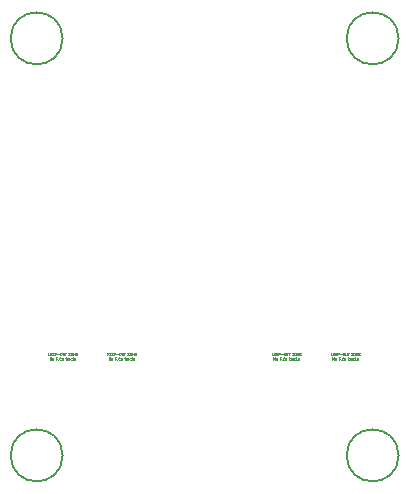
<source format=gbr>
%TF.GenerationSoftware,KiCad,Pcbnew,6.0.10-86aedd382b~118~ubuntu22.04.1*%
%TF.CreationDate,2023-02-07T20:01:53+01:00*%
%TF.ProjectId,ioBoard,696f426f-6172-4642-9e6b-696361645f70,rev?*%
%TF.SameCoordinates,Original*%
%TF.FileFunction,Other,Comment*%
%FSLAX46Y46*%
G04 Gerber Fmt 4.6, Leading zero omitted, Abs format (unit mm)*
G04 Created by KiCad (PCBNEW 6.0.10-86aedd382b~118~ubuntu22.04.1) date 2023-02-07 20:01:53*
%MOMM*%
%LPD*%
G01*
G04 APERTURE LIST*
%ADD10C,0.030000*%
%ADD11C,0.150000*%
G04 APERTURE END LIST*
D10*
%TO.C,SW1*%
X89419047Y-110526476D02*
X89419047Y-110326476D01*
X89533333Y-110526476D01*
X89533333Y-110326476D01*
X89657142Y-110526476D02*
X89638095Y-110516952D01*
X89628571Y-110507428D01*
X89619047Y-110488380D01*
X89619047Y-110431238D01*
X89628571Y-110412190D01*
X89638095Y-110402666D01*
X89657142Y-110393142D01*
X89685714Y-110393142D01*
X89704761Y-110402666D01*
X89714285Y-110412190D01*
X89723809Y-110431238D01*
X89723809Y-110488380D01*
X89714285Y-110507428D01*
X89704761Y-110516952D01*
X89685714Y-110526476D01*
X89657142Y-110526476D01*
X90028571Y-110421714D02*
X89961904Y-110421714D01*
X89961904Y-110526476D02*
X89961904Y-110326476D01*
X90057142Y-110326476D01*
X90133333Y-110507428D02*
X90142857Y-110516952D01*
X90133333Y-110526476D01*
X90123809Y-110516952D01*
X90133333Y-110507428D01*
X90133333Y-110526476D01*
X90342857Y-110507428D02*
X90333333Y-110516952D01*
X90304761Y-110526476D01*
X90285714Y-110526476D01*
X90257142Y-110516952D01*
X90238095Y-110497904D01*
X90228571Y-110478857D01*
X90219047Y-110440761D01*
X90219047Y-110412190D01*
X90228571Y-110374095D01*
X90238095Y-110355047D01*
X90257142Y-110336000D01*
X90285714Y-110326476D01*
X90304761Y-110326476D01*
X90333333Y-110336000D01*
X90342857Y-110345523D01*
X90514285Y-110393142D02*
X90514285Y-110526476D01*
X90428571Y-110393142D02*
X90428571Y-110497904D01*
X90438095Y-110516952D01*
X90457142Y-110526476D01*
X90485714Y-110526476D01*
X90504761Y-110516952D01*
X90514285Y-110507428D01*
X90733333Y-110393142D02*
X90809523Y-110393142D01*
X90761904Y-110326476D02*
X90761904Y-110497904D01*
X90771428Y-110516952D01*
X90790476Y-110526476D01*
X90809523Y-110526476D01*
X90876190Y-110526476D02*
X90876190Y-110393142D01*
X90876190Y-110431238D02*
X90885714Y-110412190D01*
X90895238Y-110402666D01*
X90914285Y-110393142D01*
X90933333Y-110393142D01*
X91085714Y-110526476D02*
X91085714Y-110421714D01*
X91076190Y-110402666D01*
X91057142Y-110393142D01*
X91019047Y-110393142D01*
X91000000Y-110402666D01*
X91085714Y-110516952D02*
X91066666Y-110526476D01*
X91019047Y-110526476D01*
X91000000Y-110516952D01*
X90990476Y-110497904D01*
X90990476Y-110478857D01*
X91000000Y-110459809D01*
X91019047Y-110450285D01*
X91066666Y-110450285D01*
X91085714Y-110440761D01*
X91266666Y-110516952D02*
X91247619Y-110526476D01*
X91209523Y-110526476D01*
X91190476Y-110516952D01*
X91180952Y-110507428D01*
X91171428Y-110488380D01*
X91171428Y-110431238D01*
X91180952Y-110412190D01*
X91190476Y-110402666D01*
X91209523Y-110393142D01*
X91247619Y-110393142D01*
X91266666Y-110402666D01*
X91352380Y-110526476D02*
X91352380Y-110326476D01*
X91371428Y-110450285D02*
X91428571Y-110526476D01*
X91428571Y-110393142D02*
X91352380Y-110469333D01*
X91504761Y-110516952D02*
X91523809Y-110526476D01*
X91561904Y-110526476D01*
X91580952Y-110516952D01*
X91590476Y-110497904D01*
X91590476Y-110488380D01*
X91580952Y-110469333D01*
X91561904Y-110459809D01*
X91533333Y-110459809D01*
X91514285Y-110450285D01*
X91504761Y-110431238D01*
X91504761Y-110421714D01*
X91514285Y-110402666D01*
X91533333Y-110393142D01*
X91561904Y-110393142D01*
X91580952Y-110402666D01*
X84419047Y-110526476D02*
X84419047Y-110326476D01*
X84533333Y-110526476D01*
X84533333Y-110326476D01*
X84657142Y-110526476D02*
X84638095Y-110516952D01*
X84628571Y-110507428D01*
X84619047Y-110488380D01*
X84619047Y-110431238D01*
X84628571Y-110412190D01*
X84638095Y-110402666D01*
X84657142Y-110393142D01*
X84685714Y-110393142D01*
X84704761Y-110402666D01*
X84714285Y-110412190D01*
X84723809Y-110431238D01*
X84723809Y-110488380D01*
X84714285Y-110507428D01*
X84704761Y-110516952D01*
X84685714Y-110526476D01*
X84657142Y-110526476D01*
X85028571Y-110421714D02*
X84961904Y-110421714D01*
X84961904Y-110526476D02*
X84961904Y-110326476D01*
X85057142Y-110326476D01*
X85133333Y-110507428D02*
X85142857Y-110516952D01*
X85133333Y-110526476D01*
X85123809Y-110516952D01*
X85133333Y-110507428D01*
X85133333Y-110526476D01*
X85342857Y-110507428D02*
X85333333Y-110516952D01*
X85304761Y-110526476D01*
X85285714Y-110526476D01*
X85257142Y-110516952D01*
X85238095Y-110497904D01*
X85228571Y-110478857D01*
X85219047Y-110440761D01*
X85219047Y-110412190D01*
X85228571Y-110374095D01*
X85238095Y-110355047D01*
X85257142Y-110336000D01*
X85285714Y-110326476D01*
X85304761Y-110326476D01*
X85333333Y-110336000D01*
X85342857Y-110345523D01*
X85514285Y-110393142D02*
X85514285Y-110526476D01*
X85428571Y-110393142D02*
X85428571Y-110497904D01*
X85438095Y-110516952D01*
X85457142Y-110526476D01*
X85485714Y-110526476D01*
X85504761Y-110516952D01*
X85514285Y-110507428D01*
X85733333Y-110393142D02*
X85809523Y-110393142D01*
X85761904Y-110326476D02*
X85761904Y-110497904D01*
X85771428Y-110516952D01*
X85790476Y-110526476D01*
X85809523Y-110526476D01*
X85876190Y-110526476D02*
X85876190Y-110393142D01*
X85876190Y-110431238D02*
X85885714Y-110412190D01*
X85895238Y-110402666D01*
X85914285Y-110393142D01*
X85933333Y-110393142D01*
X86085714Y-110526476D02*
X86085714Y-110421714D01*
X86076190Y-110402666D01*
X86057142Y-110393142D01*
X86019047Y-110393142D01*
X86000000Y-110402666D01*
X86085714Y-110516952D02*
X86066666Y-110526476D01*
X86019047Y-110526476D01*
X86000000Y-110516952D01*
X85990476Y-110497904D01*
X85990476Y-110478857D01*
X86000000Y-110459809D01*
X86019047Y-110450285D01*
X86066666Y-110450285D01*
X86085714Y-110440761D01*
X86266666Y-110516952D02*
X86247619Y-110526476D01*
X86209523Y-110526476D01*
X86190476Y-110516952D01*
X86180952Y-110507428D01*
X86171428Y-110488380D01*
X86171428Y-110431238D01*
X86180952Y-110412190D01*
X86190476Y-110402666D01*
X86209523Y-110393142D01*
X86247619Y-110393142D01*
X86266666Y-110402666D01*
X86352380Y-110526476D02*
X86352380Y-110326476D01*
X86371428Y-110450285D02*
X86428571Y-110526476D01*
X86428571Y-110393142D02*
X86352380Y-110469333D01*
X86504761Y-110516952D02*
X86523809Y-110526476D01*
X86561904Y-110526476D01*
X86580952Y-110516952D01*
X86590476Y-110497904D01*
X86590476Y-110488380D01*
X86580952Y-110469333D01*
X86561904Y-110459809D01*
X86533333Y-110459809D01*
X86514285Y-110450285D01*
X86504761Y-110431238D01*
X86504761Y-110421714D01*
X86514285Y-110402666D01*
X86533333Y-110393142D01*
X86561904Y-110393142D01*
X86580952Y-110402666D01*
X89285714Y-110126476D02*
X89285714Y-109926476D01*
X89400000Y-110126476D02*
X89314285Y-110012190D01*
X89400000Y-109926476D02*
X89285714Y-110040761D01*
X89485714Y-110021714D02*
X89552380Y-110021714D01*
X89580952Y-110126476D02*
X89485714Y-110126476D01*
X89485714Y-109926476D01*
X89580952Y-109926476D01*
X89666666Y-110021714D02*
X89733333Y-110021714D01*
X89761904Y-110126476D02*
X89666666Y-110126476D01*
X89666666Y-109926476D01*
X89761904Y-109926476D01*
X89847619Y-110126476D02*
X89847619Y-109926476D01*
X89923809Y-109926476D01*
X89942857Y-109936000D01*
X89952380Y-109945523D01*
X89961904Y-109964571D01*
X89961904Y-109993142D01*
X89952380Y-110012190D01*
X89942857Y-110021714D01*
X89923809Y-110031238D01*
X89847619Y-110031238D01*
X90047619Y-110050285D02*
X90200000Y-110050285D01*
X90333333Y-109926476D02*
X90371428Y-109926476D01*
X90390476Y-109936000D01*
X90409523Y-109955047D01*
X90419047Y-109993142D01*
X90419047Y-110059809D01*
X90409523Y-110097904D01*
X90390476Y-110116952D01*
X90371428Y-110126476D01*
X90333333Y-110126476D01*
X90314285Y-110116952D01*
X90295238Y-110097904D01*
X90285714Y-110059809D01*
X90285714Y-109993142D01*
X90295238Y-109955047D01*
X90314285Y-109936000D01*
X90333333Y-109926476D01*
X90504761Y-109926476D02*
X90504761Y-110088380D01*
X90514285Y-110107428D01*
X90523809Y-110116952D01*
X90542857Y-110126476D01*
X90580952Y-110126476D01*
X90600000Y-110116952D01*
X90609523Y-110107428D01*
X90619047Y-110088380D01*
X90619047Y-109926476D01*
X90685714Y-109926476D02*
X90800000Y-109926476D01*
X90742857Y-110126476D02*
X90742857Y-109926476D01*
X91000000Y-109926476D02*
X91133333Y-109926476D01*
X91000000Y-110126476D01*
X91133333Y-110126476D01*
X91247619Y-109926476D02*
X91285714Y-109926476D01*
X91304761Y-109936000D01*
X91323809Y-109955047D01*
X91333333Y-109993142D01*
X91333333Y-110059809D01*
X91323809Y-110097904D01*
X91304761Y-110116952D01*
X91285714Y-110126476D01*
X91247619Y-110126476D01*
X91228571Y-110116952D01*
X91209523Y-110097904D01*
X91200000Y-110059809D01*
X91200000Y-109993142D01*
X91209523Y-109955047D01*
X91228571Y-109936000D01*
X91247619Y-109926476D01*
X91419047Y-110126476D02*
X91419047Y-109926476D01*
X91533333Y-110126476D01*
X91533333Y-109926476D01*
X91628571Y-110021714D02*
X91695238Y-110021714D01*
X91723809Y-110126476D02*
X91628571Y-110126476D01*
X91628571Y-109926476D01*
X91723809Y-109926476D01*
X84285714Y-110126476D02*
X84285714Y-109926476D01*
X84400000Y-110126476D02*
X84314285Y-110012190D01*
X84400000Y-109926476D02*
X84285714Y-110040761D01*
X84485714Y-110021714D02*
X84552380Y-110021714D01*
X84580952Y-110126476D02*
X84485714Y-110126476D01*
X84485714Y-109926476D01*
X84580952Y-109926476D01*
X84666666Y-110021714D02*
X84733333Y-110021714D01*
X84761904Y-110126476D02*
X84666666Y-110126476D01*
X84666666Y-109926476D01*
X84761904Y-109926476D01*
X84847619Y-110126476D02*
X84847619Y-109926476D01*
X84923809Y-109926476D01*
X84942857Y-109936000D01*
X84952380Y-109945523D01*
X84961904Y-109964571D01*
X84961904Y-109993142D01*
X84952380Y-110012190D01*
X84942857Y-110021714D01*
X84923809Y-110031238D01*
X84847619Y-110031238D01*
X85047619Y-110050285D02*
X85200000Y-110050285D01*
X85333333Y-109926476D02*
X85371428Y-109926476D01*
X85390476Y-109936000D01*
X85409523Y-109955047D01*
X85419047Y-109993142D01*
X85419047Y-110059809D01*
X85409523Y-110097904D01*
X85390476Y-110116952D01*
X85371428Y-110126476D01*
X85333333Y-110126476D01*
X85314285Y-110116952D01*
X85295238Y-110097904D01*
X85285714Y-110059809D01*
X85285714Y-109993142D01*
X85295238Y-109955047D01*
X85314285Y-109936000D01*
X85333333Y-109926476D01*
X85504761Y-109926476D02*
X85504761Y-110088380D01*
X85514285Y-110107428D01*
X85523809Y-110116952D01*
X85542857Y-110126476D01*
X85580952Y-110126476D01*
X85600000Y-110116952D01*
X85609523Y-110107428D01*
X85619047Y-110088380D01*
X85619047Y-109926476D01*
X85685714Y-109926476D02*
X85800000Y-109926476D01*
X85742857Y-110126476D02*
X85742857Y-109926476D01*
X86000000Y-109926476D02*
X86133333Y-109926476D01*
X86000000Y-110126476D01*
X86133333Y-110126476D01*
X86247619Y-109926476D02*
X86285714Y-109926476D01*
X86304761Y-109936000D01*
X86323809Y-109955047D01*
X86333333Y-109993142D01*
X86333333Y-110059809D01*
X86323809Y-110097904D01*
X86304761Y-110116952D01*
X86285714Y-110126476D01*
X86247619Y-110126476D01*
X86228571Y-110116952D01*
X86209523Y-110097904D01*
X86200000Y-110059809D01*
X86200000Y-109993142D01*
X86209523Y-109955047D01*
X86228571Y-109936000D01*
X86247619Y-109926476D01*
X86419047Y-110126476D02*
X86419047Y-109926476D01*
X86533333Y-110126476D01*
X86533333Y-109926476D01*
X86628571Y-110021714D02*
X86695238Y-110021714D01*
X86723809Y-110126476D02*
X86628571Y-110126476D01*
X86628571Y-109926476D01*
X86723809Y-109926476D01*
%TO.C,SW2*%
X103219714Y-110126476D02*
X103219714Y-109926476D01*
X103334000Y-110126476D02*
X103248285Y-110012190D01*
X103334000Y-109926476D02*
X103219714Y-110040761D01*
X103419714Y-110021714D02*
X103486380Y-110021714D01*
X103514952Y-110126476D02*
X103419714Y-110126476D01*
X103419714Y-109926476D01*
X103514952Y-109926476D01*
X103600666Y-110021714D02*
X103667333Y-110021714D01*
X103695904Y-110126476D02*
X103600666Y-110126476D01*
X103600666Y-109926476D01*
X103695904Y-109926476D01*
X103781619Y-110126476D02*
X103781619Y-109926476D01*
X103857809Y-109926476D01*
X103876857Y-109936000D01*
X103886380Y-109945523D01*
X103895904Y-109964571D01*
X103895904Y-109993142D01*
X103886380Y-110012190D01*
X103876857Y-110021714D01*
X103857809Y-110031238D01*
X103781619Y-110031238D01*
X103981619Y-110050285D02*
X104134000Y-110050285D01*
X104267333Y-109926476D02*
X104305428Y-109926476D01*
X104324476Y-109936000D01*
X104343523Y-109955047D01*
X104353047Y-109993142D01*
X104353047Y-110059809D01*
X104343523Y-110097904D01*
X104324476Y-110116952D01*
X104305428Y-110126476D01*
X104267333Y-110126476D01*
X104248285Y-110116952D01*
X104229238Y-110097904D01*
X104219714Y-110059809D01*
X104219714Y-109993142D01*
X104229238Y-109955047D01*
X104248285Y-109936000D01*
X104267333Y-109926476D01*
X104438761Y-109926476D02*
X104438761Y-110088380D01*
X104448285Y-110107428D01*
X104457809Y-110116952D01*
X104476857Y-110126476D01*
X104514952Y-110126476D01*
X104534000Y-110116952D01*
X104543523Y-110107428D01*
X104553047Y-110088380D01*
X104553047Y-109926476D01*
X104619714Y-109926476D02*
X104734000Y-109926476D01*
X104676857Y-110126476D02*
X104676857Y-109926476D01*
X104934000Y-109926476D02*
X105067333Y-109926476D01*
X104934000Y-110126476D01*
X105067333Y-110126476D01*
X105181619Y-109926476D02*
X105219714Y-109926476D01*
X105238761Y-109936000D01*
X105257809Y-109955047D01*
X105267333Y-109993142D01*
X105267333Y-110059809D01*
X105257809Y-110097904D01*
X105238761Y-110116952D01*
X105219714Y-110126476D01*
X105181619Y-110126476D01*
X105162571Y-110116952D01*
X105143523Y-110097904D01*
X105134000Y-110059809D01*
X105134000Y-109993142D01*
X105143523Y-109955047D01*
X105162571Y-109936000D01*
X105181619Y-109926476D01*
X105353047Y-110126476D02*
X105353047Y-109926476D01*
X105467333Y-110126476D01*
X105467333Y-109926476D01*
X105562571Y-110021714D02*
X105629238Y-110021714D01*
X105657809Y-110126476D02*
X105562571Y-110126476D01*
X105562571Y-109926476D01*
X105657809Y-109926476D01*
X108353047Y-110526476D02*
X108353047Y-110326476D01*
X108467333Y-110526476D01*
X108467333Y-110326476D01*
X108591142Y-110526476D02*
X108572095Y-110516952D01*
X108562571Y-110507428D01*
X108553047Y-110488380D01*
X108553047Y-110431238D01*
X108562571Y-110412190D01*
X108572095Y-110402666D01*
X108591142Y-110393142D01*
X108619714Y-110393142D01*
X108638761Y-110402666D01*
X108648285Y-110412190D01*
X108657809Y-110431238D01*
X108657809Y-110488380D01*
X108648285Y-110507428D01*
X108638761Y-110516952D01*
X108619714Y-110526476D01*
X108591142Y-110526476D01*
X108962571Y-110421714D02*
X108895904Y-110421714D01*
X108895904Y-110526476D02*
X108895904Y-110326476D01*
X108991142Y-110326476D01*
X109067333Y-110507428D02*
X109076857Y-110516952D01*
X109067333Y-110526476D01*
X109057809Y-110516952D01*
X109067333Y-110507428D01*
X109067333Y-110526476D01*
X109276857Y-110507428D02*
X109267333Y-110516952D01*
X109238761Y-110526476D01*
X109219714Y-110526476D01*
X109191142Y-110516952D01*
X109172095Y-110497904D01*
X109162571Y-110478857D01*
X109153047Y-110440761D01*
X109153047Y-110412190D01*
X109162571Y-110374095D01*
X109172095Y-110355047D01*
X109191142Y-110336000D01*
X109219714Y-110326476D01*
X109238761Y-110326476D01*
X109267333Y-110336000D01*
X109276857Y-110345523D01*
X109448285Y-110393142D02*
X109448285Y-110526476D01*
X109362571Y-110393142D02*
X109362571Y-110497904D01*
X109372095Y-110516952D01*
X109391142Y-110526476D01*
X109419714Y-110526476D01*
X109438761Y-110516952D01*
X109448285Y-110507428D01*
X109667333Y-110393142D02*
X109743523Y-110393142D01*
X109695904Y-110326476D02*
X109695904Y-110497904D01*
X109705428Y-110516952D01*
X109724476Y-110526476D01*
X109743523Y-110526476D01*
X109810190Y-110526476D02*
X109810190Y-110393142D01*
X109810190Y-110431238D02*
X109819714Y-110412190D01*
X109829238Y-110402666D01*
X109848285Y-110393142D01*
X109867333Y-110393142D01*
X110019714Y-110526476D02*
X110019714Y-110421714D01*
X110010190Y-110402666D01*
X109991142Y-110393142D01*
X109953047Y-110393142D01*
X109934000Y-110402666D01*
X110019714Y-110516952D02*
X110000666Y-110526476D01*
X109953047Y-110526476D01*
X109934000Y-110516952D01*
X109924476Y-110497904D01*
X109924476Y-110478857D01*
X109934000Y-110459809D01*
X109953047Y-110450285D01*
X110000666Y-110450285D01*
X110019714Y-110440761D01*
X110200666Y-110516952D02*
X110181619Y-110526476D01*
X110143523Y-110526476D01*
X110124476Y-110516952D01*
X110114952Y-110507428D01*
X110105428Y-110488380D01*
X110105428Y-110431238D01*
X110114952Y-110412190D01*
X110124476Y-110402666D01*
X110143523Y-110393142D01*
X110181619Y-110393142D01*
X110200666Y-110402666D01*
X110286380Y-110526476D02*
X110286380Y-110326476D01*
X110305428Y-110450285D02*
X110362571Y-110526476D01*
X110362571Y-110393142D02*
X110286380Y-110469333D01*
X110438761Y-110516952D02*
X110457809Y-110526476D01*
X110495904Y-110526476D01*
X110514952Y-110516952D01*
X110524476Y-110497904D01*
X110524476Y-110488380D01*
X110514952Y-110469333D01*
X110495904Y-110459809D01*
X110467333Y-110459809D01*
X110448285Y-110450285D01*
X110438761Y-110431238D01*
X110438761Y-110421714D01*
X110448285Y-110402666D01*
X110467333Y-110393142D01*
X110495904Y-110393142D01*
X110514952Y-110402666D01*
X108219714Y-110126476D02*
X108219714Y-109926476D01*
X108334000Y-110126476D02*
X108248285Y-110012190D01*
X108334000Y-109926476D02*
X108219714Y-110040761D01*
X108419714Y-110021714D02*
X108486380Y-110021714D01*
X108514952Y-110126476D02*
X108419714Y-110126476D01*
X108419714Y-109926476D01*
X108514952Y-109926476D01*
X108600666Y-110021714D02*
X108667333Y-110021714D01*
X108695904Y-110126476D02*
X108600666Y-110126476D01*
X108600666Y-109926476D01*
X108695904Y-109926476D01*
X108781619Y-110126476D02*
X108781619Y-109926476D01*
X108857809Y-109926476D01*
X108876857Y-109936000D01*
X108886380Y-109945523D01*
X108895904Y-109964571D01*
X108895904Y-109993142D01*
X108886380Y-110012190D01*
X108876857Y-110021714D01*
X108857809Y-110031238D01*
X108781619Y-110031238D01*
X108981619Y-110050285D02*
X109134000Y-110050285D01*
X109267333Y-109926476D02*
X109305428Y-109926476D01*
X109324476Y-109936000D01*
X109343523Y-109955047D01*
X109353047Y-109993142D01*
X109353047Y-110059809D01*
X109343523Y-110097904D01*
X109324476Y-110116952D01*
X109305428Y-110126476D01*
X109267333Y-110126476D01*
X109248285Y-110116952D01*
X109229238Y-110097904D01*
X109219714Y-110059809D01*
X109219714Y-109993142D01*
X109229238Y-109955047D01*
X109248285Y-109936000D01*
X109267333Y-109926476D01*
X109438761Y-109926476D02*
X109438761Y-110088380D01*
X109448285Y-110107428D01*
X109457809Y-110116952D01*
X109476857Y-110126476D01*
X109514952Y-110126476D01*
X109534000Y-110116952D01*
X109543523Y-110107428D01*
X109553047Y-110088380D01*
X109553047Y-109926476D01*
X109619714Y-109926476D02*
X109734000Y-109926476D01*
X109676857Y-110126476D02*
X109676857Y-109926476D01*
X109934000Y-109926476D02*
X110067333Y-109926476D01*
X109934000Y-110126476D01*
X110067333Y-110126476D01*
X110181619Y-109926476D02*
X110219714Y-109926476D01*
X110238761Y-109936000D01*
X110257809Y-109955047D01*
X110267333Y-109993142D01*
X110267333Y-110059809D01*
X110257809Y-110097904D01*
X110238761Y-110116952D01*
X110219714Y-110126476D01*
X110181619Y-110126476D01*
X110162571Y-110116952D01*
X110143523Y-110097904D01*
X110134000Y-110059809D01*
X110134000Y-109993142D01*
X110143523Y-109955047D01*
X110162571Y-109936000D01*
X110181619Y-109926476D01*
X110353047Y-110126476D02*
X110353047Y-109926476D01*
X110467333Y-110126476D01*
X110467333Y-109926476D01*
X110562571Y-110021714D02*
X110629238Y-110021714D01*
X110657809Y-110126476D02*
X110562571Y-110126476D01*
X110562571Y-109926476D01*
X110657809Y-109926476D01*
X103353047Y-110526476D02*
X103353047Y-110326476D01*
X103467333Y-110526476D01*
X103467333Y-110326476D01*
X103591142Y-110526476D02*
X103572095Y-110516952D01*
X103562571Y-110507428D01*
X103553047Y-110488380D01*
X103553047Y-110431238D01*
X103562571Y-110412190D01*
X103572095Y-110402666D01*
X103591142Y-110393142D01*
X103619714Y-110393142D01*
X103638761Y-110402666D01*
X103648285Y-110412190D01*
X103657809Y-110431238D01*
X103657809Y-110488380D01*
X103648285Y-110507428D01*
X103638761Y-110516952D01*
X103619714Y-110526476D01*
X103591142Y-110526476D01*
X103962571Y-110421714D02*
X103895904Y-110421714D01*
X103895904Y-110526476D02*
X103895904Y-110326476D01*
X103991142Y-110326476D01*
X104067333Y-110507428D02*
X104076857Y-110516952D01*
X104067333Y-110526476D01*
X104057809Y-110516952D01*
X104067333Y-110507428D01*
X104067333Y-110526476D01*
X104276857Y-110507428D02*
X104267333Y-110516952D01*
X104238761Y-110526476D01*
X104219714Y-110526476D01*
X104191142Y-110516952D01*
X104172095Y-110497904D01*
X104162571Y-110478857D01*
X104153047Y-110440761D01*
X104153047Y-110412190D01*
X104162571Y-110374095D01*
X104172095Y-110355047D01*
X104191142Y-110336000D01*
X104219714Y-110326476D01*
X104238761Y-110326476D01*
X104267333Y-110336000D01*
X104276857Y-110345523D01*
X104448285Y-110393142D02*
X104448285Y-110526476D01*
X104362571Y-110393142D02*
X104362571Y-110497904D01*
X104372095Y-110516952D01*
X104391142Y-110526476D01*
X104419714Y-110526476D01*
X104438761Y-110516952D01*
X104448285Y-110507428D01*
X104667333Y-110393142D02*
X104743523Y-110393142D01*
X104695904Y-110326476D02*
X104695904Y-110497904D01*
X104705428Y-110516952D01*
X104724476Y-110526476D01*
X104743523Y-110526476D01*
X104810190Y-110526476D02*
X104810190Y-110393142D01*
X104810190Y-110431238D02*
X104819714Y-110412190D01*
X104829238Y-110402666D01*
X104848285Y-110393142D01*
X104867333Y-110393142D01*
X105019714Y-110526476D02*
X105019714Y-110421714D01*
X105010190Y-110402666D01*
X104991142Y-110393142D01*
X104953047Y-110393142D01*
X104934000Y-110402666D01*
X105019714Y-110516952D02*
X105000666Y-110526476D01*
X104953047Y-110526476D01*
X104934000Y-110516952D01*
X104924476Y-110497904D01*
X104924476Y-110478857D01*
X104934000Y-110459809D01*
X104953047Y-110450285D01*
X105000666Y-110450285D01*
X105019714Y-110440761D01*
X105200666Y-110516952D02*
X105181619Y-110526476D01*
X105143523Y-110526476D01*
X105124476Y-110516952D01*
X105114952Y-110507428D01*
X105105428Y-110488380D01*
X105105428Y-110431238D01*
X105114952Y-110412190D01*
X105124476Y-110402666D01*
X105143523Y-110393142D01*
X105181619Y-110393142D01*
X105200666Y-110402666D01*
X105286380Y-110526476D02*
X105286380Y-110326476D01*
X105305428Y-110450285D02*
X105362571Y-110526476D01*
X105362571Y-110393142D02*
X105286380Y-110469333D01*
X105438761Y-110516952D02*
X105457809Y-110526476D01*
X105495904Y-110526476D01*
X105514952Y-110516952D01*
X105524476Y-110497904D01*
X105524476Y-110488380D01*
X105514952Y-110469333D01*
X105495904Y-110459809D01*
X105467333Y-110459809D01*
X105448285Y-110450285D01*
X105438761Y-110431238D01*
X105438761Y-110421714D01*
X105448285Y-110402666D01*
X105467333Y-110393142D01*
X105495904Y-110393142D01*
X105514952Y-110402666D01*
D11*
%TO.C,H4*%
X113960000Y-83312000D02*
G75*
G03*
X113960000Y-83312000I-2200000J0D01*
G01*
%TO.C,H3*%
X85512000Y-83312000D02*
G75*
G03*
X85512000Y-83312000I-2200000J0D01*
G01*
%TO.C,H2*%
X85512000Y-118618000D02*
G75*
G03*
X85512000Y-118618000I-2200000J0D01*
G01*
%TO.C,H1*%
X113960000Y-118618000D02*
G75*
G03*
X113960000Y-118618000I-2200000J0D01*
G01*
%TD*%
M02*

</source>
